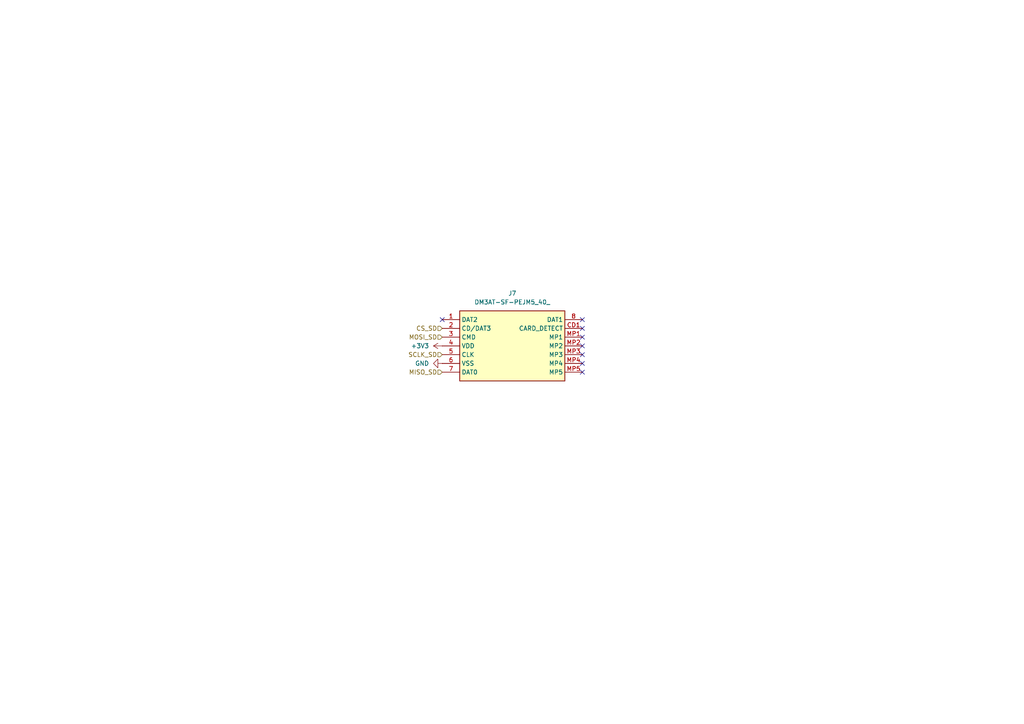
<source format=kicad_sch>
(kicad_sch (version 20250114) (generator "eeschema") (generator_version "9.0")
  (paper "A4")
  (lib_symbols
    (symbol "SamacSys_Parts:DM3AT-SF-PEJM5_40_"
      (property "Reference" "J" (at 36.83 7.62 0))
      (property "Value" "DM3AT-SF-PEJM5_40_" (at 36.83 5.08 0))
      (symbol "DM3AT-SF-PEJM5_40__1_1"
        (rectangle (start 5.08 2.54) (end 35.56 -17.78) (stroke (width 0.254)) (fill (type background)))
        (pin passive line (at 0 0 0) (length 5.08) (name "DAT2") (number "1"))
        (pin passive line (at 0 -2.54 0) (length 5.08) (name "CD/DAT3") (number "2"))
        (pin passive line (at 0 -5.08 0) (length 5.08) (name "CMD") (number "3"))
        (pin passive line (at 0 -7.62 0) (length 5.08) (name "VDD") (number "4"))
        (pin passive line (at 0 -10.16 0) (length 5.08) (name "CLK") (number "5"))
        (pin passive line (at 0 -12.7 0) (length 5.08) (name "VSS") (number "6"))
        (pin passive line (at 0 -15.24 0) (length 5.08) (name "DAT0") (number "7"))
        (pin passive line (at 40.64 0 180) (length 5.08) (name "DAT1") (number "8"))
        (pin passive line (at 40.64 -2.54 180) (length 5.08) (name "CARD_DETECT") (number "CD1"))
        (pin passive line (at 40.64 -5.08 180) (length 5.08) (name "MP1") (number "MP1"))
        (pin passive line (at 40.64 -7.62 180) (length 5.08) (name "MP2") (number "MP2"))
        (pin passive line (at 40.64 -10.16 180) (length 5.08) (name "MP3") (number "MP3"))
        (pin passive line (at 40.64 -12.7 180) (length 5.08) (name "MP4") (number "MP4"))
        (pin passive line (at 40.64 -15.24 180) (length 5.08) (name "MP5") (number "MP5"))
      )
    )
    (symbol "power:+3V3" (power) (pin_numbers (hide yes)) (pin_names (offset 0) (hide yes))
      (property "Value" "+3V3" (at 0 3.556 0))
      (symbol "+3V3_0_1"
        (polyline (pts (xy -0.762 1.27) (xy 0 2.54)))
        (polyline (pts (xy 0 2.54) (xy 0.762 1.27)))
        (polyline (pts (xy 0 0) (xy 0 2.54)))
      )
      (symbol "+3V3_1_1"
        (pin power_in line (at 0 0 90) (length 0) (name "~") (number "1"))
      )
    )
    (symbol "power:GND" (power) (pin_numbers (hide yes)) (pin_names (offset 0) (hide yes))
      (property "Value" "GND" (at 0 -3.81 0))
      (symbol "GND_0_1"
        (polyline (pts (xy 0 0) (xy 0 -1.27) (xy 1.27 -1.27) (xy 0 -2.54) (xy -1.27 -1.27) (xy 0 -1.27)))
      )
      (symbol "GND_1_1"
        (pin power_in line (at 0 0 270) (length 0) (name "~") (number "1"))
      )
    )
  )
  (no_connect (at 168.91 100.33))
  (no_connect (at 168.91 97.79))
  (no_connect (at 168.91 92.71))
  (no_connect (at 168.91 107.95))
  (no_connect (at 168.91 105.41))
  (no_connect (at 128.27 92.71))
  (no_connect (at 168.91 95.25))
  (no_connect (at 168.91 102.87))
  (hierarchical_label "SCLK_SD" (shape input) (at 128.27 102.87 180))
  (hierarchical_label "MISO_SD" (shape input) (at 128.27 107.95 180))
  (hierarchical_label "MOSI_SD" (shape input) (at 128.27 97.79 180))
  (hierarchical_label "CS_SD" (shape input) (at 128.27 95.25 180))
  (symbol (lib_id "power:+3V3") (at 128.27 100.33 90) (unit 1)
    (property "Reference" "#PWR080" (effects (hide yes)))
    (property "Value" "+3V3" (at 124.46 100.3299 90) (effects (justify left)))
    (property "Description" "Power symbol creates a global label with name \"+3V3\"" (effects (hide yes)))
  )
  (symbol (lib_id "SamacSys_Parts:DM3AT-SF-PEJM5_40_") (at 128.27 92.71 0) (unit 1)
    (property "Reference" "J7" (at 148.59 85.09 0))
    (property "Value" "DM3AT-SF-PEJM5_40_" (at 148.59 87.63 0))
    (property "Footprint" "footprint:DM3ATSFPEJM540" (effects (hide yes)))
    (property "Datasheet" "https://componentsearchengine.com/Datasheets/2/DM3AT-SF-PEJM5(40).pdf" (effects (hide yes)))
    (property "Description" "Memory Card Connectors MICRO SD CD CONN STD SMT PUSHPUSH" (effects (hide yes)))
    (property "Height" "1.83" (effects (hide yes)))
    (property "Manufacturer_Name" "Hirose" (effects (hide yes)))
    (property "Manufacturer_Part_Number" "DM3AT-SF-PEJM5(40)" (effects (hide yes)))
    (property "Mouser Part Number" "798-DM3AT-SF-PEJM540" (effects (hide yes)))
    (property "Mouser Price/Stock" "https://www.mouser.co.uk/ProductDetail/Hirose-Connector/DM3AT-SF-PEJM540?qs=0WLLhGLuJYzPvbo0KPPEoQ%3D%3D" (effects (hide yes)))
    (property "Arrow Part Number" "DM3AT-SF-PEJM5(40)" (effects (hide yes)))
    (property "Arrow Price/Stock" "https://www.arrow.com/en/products/dm3at-sf-pejm5-40/hirose-electric" (effects (hide yes)))
  )
  (symbol (lib_id "power:GND") (at 128.27 105.41 270) (unit 1)
    (property "Reference" "#PWR081" (effects (hide yes)))
    (property "Value" "GND" (at 124.46 105.4099 90) (effects (justify right)))
    (property "Description" "Power symbol creates a global label with name \"GND\" , ground" (effects (hide yes)))
  )
)
</source>
